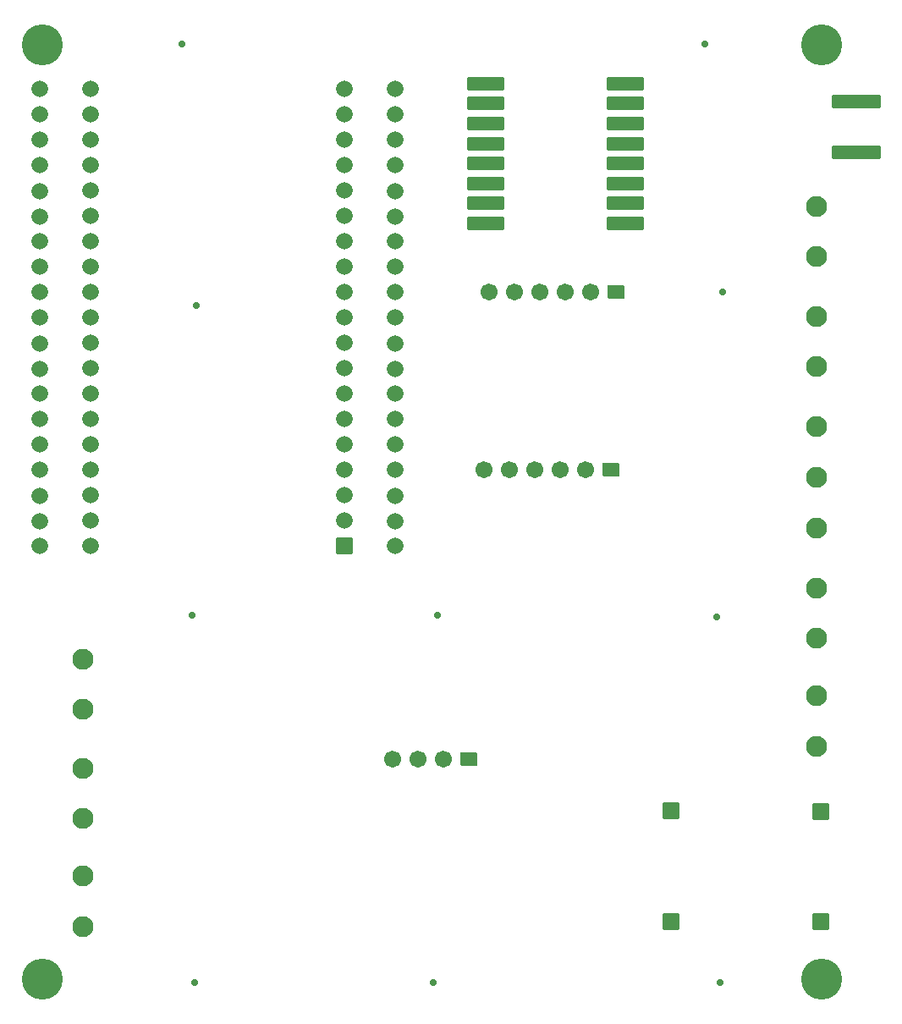
<source format=gbs>
G04 Layer: BottomSolderMaskLayer*
G04 EasyEDA v6.5.42, 2024-04-02 15:40:40*
G04 3ff643a6e98b40ca98db11d284ab65ea,acb5ada5342d49438264df6f97d5643c,10*
G04 Gerber Generator version 0.2*
G04 Scale: 100 percent, Rotated: No, Reflected: No *
G04 Dimensions in millimeters *
G04 leading zeros omitted , absolute positions ,4 integer and 5 decimal *
%FSLAX45Y45*%
%MOMM*%

%AMMACRO1*1,1,$1,$2,$3*1,1,$1,$4,$5*1,1,$1,0-$2,0-$3*1,1,$1,0-$4,0-$5*20,1,$1,$2,$3,$4,$5,0*20,1,$1,$4,$5,0-$2,0-$3,0*20,1,$1,0-$2,0-$3,0-$4,0-$5,0*20,1,$1,0-$4,0-$5,$2,$3,0*4,1,4,$2,$3,$4,$5,0-$2,0-$3,0-$4,0-$5,$2,$3,0*%
%ADD10MACRO1,0.1016X-2.4X0.6X2.4X0.6*%
%ADD11MACRO1,0.1016X0.7874X0.7874X0.7874X-0.7874*%
%ADD12C,1.6617*%
%ADD13MACRO1,0.1016X0.78X-0.78X-0.78X-0.78*%
%ADD14C,2.1016*%
%ADD15C,1.7016*%
%ADD16MACRO1,0.1016X-0.8073X0.5902X0.7926X0.6097*%
%ADD17MACRO1,0.2032X1.75X0.6X1.75X-0.6*%
%ADD18MACRO1,0.1016X0.8073X-0.5902X-0.7926X-0.6097*%
%ADD19C,4.1016*%
%ADD20C,0.7216*%
%ADD21C,1.6616*%

%LPD*%
D10*
G01*
X-228594Y-1218196D03*
G01*
X-228594Y-1728203D03*
D11*
G01*
X-587146Y-9424436D03*
G01*
X-2085746Y-9424436D03*
G01*
X-585622Y-8324362D03*
G01*
X-2085746Y-8319536D03*
D12*
G01*
X-7886700Y-1092327D03*
G01*
X-7886700Y-1346327D03*
G01*
X-7886700Y-1600327D03*
G01*
X-7886700Y-1854327D03*
G01*
X-7886700Y-2108327D03*
G01*
X-7886700Y-2362327D03*
G01*
X-7886700Y-2616327D03*
G01*
X-7886700Y-2870327D03*
G01*
X-7886700Y-3124327D03*
G01*
X-7886700Y-3378327D03*
G01*
X-7886700Y-3632327D03*
G01*
X-7886700Y-3886327D03*
G01*
X-7886700Y-4140327D03*
G01*
X-7886700Y-4394327D03*
G01*
X-7886700Y-4648327D03*
G01*
X-7886700Y-4902327D03*
G01*
X-7886700Y-5156327D03*
G01*
X-7886700Y-5410327D03*
G01*
X-7886700Y-5664327D03*
G01*
X-5346700Y-1346327D03*
G01*
X-5346700Y-1600327D03*
G01*
X-5346700Y-1854327D03*
G01*
X-5346700Y-2108327D03*
G01*
X-5346700Y-2362327D03*
G01*
X-5346700Y-2616327D03*
G01*
X-5346700Y-2870327D03*
G01*
X-5346700Y-3124327D03*
G01*
X-5346700Y-3378327D03*
G01*
X-5346700Y-3632327D03*
G01*
X-5346700Y-3886327D03*
G01*
X-5346700Y-4140327D03*
G01*
X-5346700Y-4394327D03*
G01*
X-5346700Y-4648327D03*
G01*
X-5346700Y-4902327D03*
G01*
X-5346700Y-5156327D03*
G01*
X-5346700Y-1092327D03*
G01*
X-5346700Y-5410327D03*
D13*
G01*
X-5346700Y-5664321D03*
D14*
G01*
X-625246Y-3873779D03*
G01*
X-625246Y-3372891D03*
G01*
X-625246Y-7668285D03*
G01*
X-625246Y-7167397D03*
G01*
X-625246Y-6588785D03*
G01*
X-625246Y-6087897D03*
G01*
X-628954Y-4473829D03*
G01*
X-628954Y-5489829D03*
G01*
X-628954Y-4981829D03*
G01*
X-625246Y-2773959D03*
G01*
X-625246Y-2273071D03*
G01*
X-7965846Y-7891297D03*
G01*
X-7965846Y-8392185D03*
G01*
X-7965846Y-6799097D03*
G01*
X-7965846Y-7299985D03*
G01*
X-7965846Y-8970797D03*
G01*
X-7965846Y-9471685D03*
D15*
G01*
X-3901846Y-3125241D03*
G01*
X-3647846Y-3125241D03*
G01*
X-3393846Y-3125241D03*
G01*
X-3139846Y-3125241D03*
G01*
X-2885846Y-3125241D03*
D16*
G01*
X-2631846Y-3125236D03*
D15*
G01*
X-3952646Y-4903241D03*
G01*
X-3698646Y-4903241D03*
G01*
X-3444646Y-4903241D03*
G01*
X-3190646Y-4903241D03*
G01*
X-2936646Y-4903241D03*
D16*
G01*
X-2682646Y-4903236D03*
D17*
G01*
X-3938499Y-1039896D03*
G01*
X-3938499Y-1239895D03*
G01*
X-3938499Y-1439895D03*
G01*
X-3938499Y-1639895D03*
G01*
X-3938499Y-1839894D03*
G01*
X-3938499Y-2039894D03*
G01*
X-3938499Y-2239893D03*
G01*
X-3938499Y-2439893D03*
G01*
X-2538501Y-2439893D03*
G01*
X-2538501Y-2239893D03*
G01*
X-2538501Y-2039894D03*
G01*
X-2538501Y-1839894D03*
G01*
X-2538501Y-1639895D03*
G01*
X-2538501Y-1439895D03*
G01*
X-2538501Y-1239895D03*
G01*
X-2538501Y-1039896D03*
D18*
G01*
X-4105033Y-7798838D03*
D15*
G01*
X-4359020Y-7798841D03*
G01*
X-4613020Y-7798841D03*
G01*
X-4867020Y-7798841D03*
D19*
G01*
X-8375548Y-9999979D03*
G01*
X-575563Y-9999979D03*
G01*
X-575563Y-650011D03*
G01*
X-8375548Y-650011D03*
D20*
G01*
X-4457700Y-10033000D03*
G01*
X-1587500Y-10033000D03*
G01*
X-6845300Y-10033000D03*
G01*
X-6870700Y-6362700D03*
G01*
X-1625600Y-6375400D03*
G01*
X-4419600Y-6362700D03*
G01*
X-6832600Y-3263900D03*
G01*
X-1565046Y-3125241D03*
G01*
X-6972300Y-647700D03*
G01*
X-1739900Y-647700D03*
D21*
G01*
X-8394700Y-1092200D03*
G01*
X-8394700Y-1346200D03*
G01*
X-8394700Y-1600200D03*
G01*
X-8394700Y-1854200D03*
G01*
X-8394700Y-2120900D03*
G01*
X-8394700Y-2374900D03*
G01*
X-8394700Y-3898900D03*
G01*
X-8394700Y-3644900D03*
G01*
X-8394700Y-3378200D03*
G01*
X-8394700Y-3124200D03*
G01*
X-8394700Y-2870200D03*
G01*
X-8394700Y-2616200D03*
G01*
X-8394700Y-5422900D03*
G01*
X-8394700Y-5168900D03*
G01*
X-8394700Y-4902200D03*
G01*
X-8394700Y-4648200D03*
G01*
X-8394700Y-4394200D03*
G01*
X-8394700Y-4140200D03*
G01*
X-8394700Y-5664200D03*
G01*
X-4838700Y-4140200D03*
G01*
X-4838700Y-4394200D03*
G01*
X-4838700Y-4648200D03*
G01*
X-4838700Y-4902200D03*
G01*
X-4838700Y-5168900D03*
G01*
X-4838700Y-5422900D03*
G01*
X-4838700Y-2616200D03*
G01*
X-4838700Y-2870200D03*
G01*
X-4838700Y-3124200D03*
G01*
X-4838700Y-3378200D03*
G01*
X-4838700Y-3644900D03*
G01*
X-4838700Y-3898900D03*
G01*
X-4838700Y-2374900D03*
G01*
X-4838700Y-2120900D03*
G01*
X-4838700Y-1854200D03*
G01*
X-4838700Y-1600200D03*
G01*
X-4838700Y-1346200D03*
G01*
X-4838700Y-1092200D03*
G01*
X-4838700Y-5664200D03*
M02*

</source>
